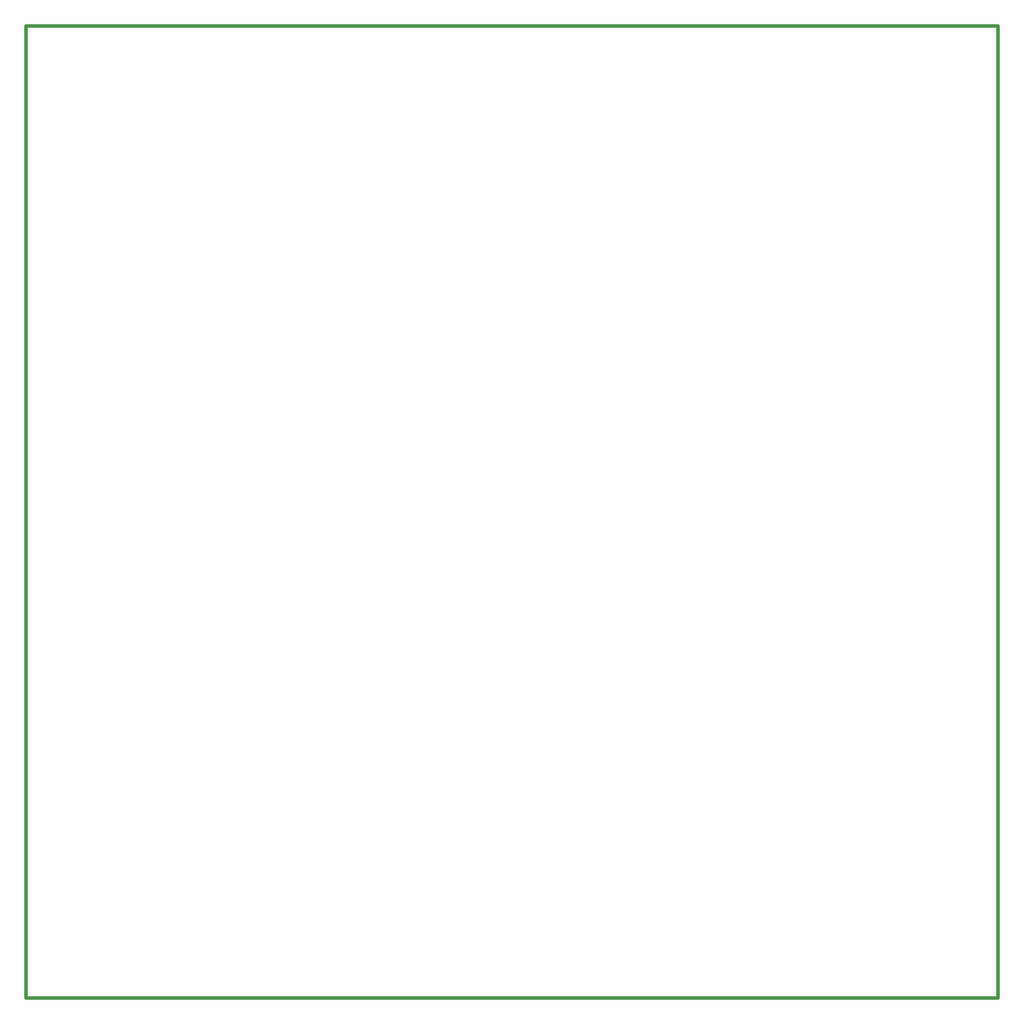
<source format=gbr>
%TF.GenerationSoftware,KiCad,Pcbnew,(5.1.10)-1*%
%TF.CreationDate,2021-10-14T00:36:54-03:00*%
%TF.ProjectId,3ARA_PCB,33415241-5f50-4434-922e-6b696361645f,rev?*%
%TF.SameCoordinates,Original*%
%TF.FileFunction,Profile,NP*%
%FSLAX46Y46*%
G04 Gerber Fmt 4.6, Leading zero omitted, Abs format (unit mm)*
G04 Created by KiCad (PCBNEW (5.1.10)-1) date 2021-10-14 00:36:54*
%MOMM*%
%LPD*%
G01*
G04 APERTURE LIST*
%TA.AperFunction,Profile*%
%ADD10C,0.300000*%
%TD*%
G04 APERTURE END LIST*
D10*
X200000000Y-145000000D02*
X105000000Y-145000000D01*
X200000000Y-50000000D02*
X200000000Y-145000000D01*
X105000000Y-50000000D02*
X200000000Y-50000000D01*
X105000000Y-145000000D02*
X105000000Y-50000000D01*
M02*

</source>
